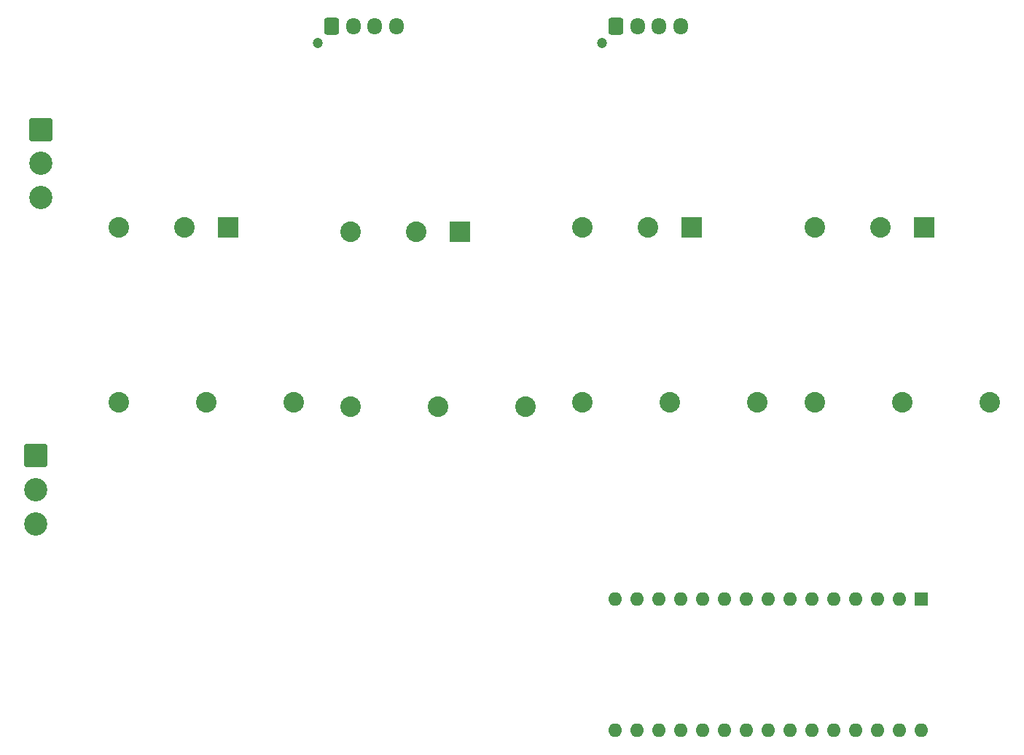
<source format=gts>
%TF.GenerationSoftware,KiCad,Pcbnew,(6.0.11)*%
%TF.CreationDate,2023-02-28T23:19:18-08:00*%
%TF.ProjectId,kiCad_LED_project,6b694361-645f-44c4-9544-5f70726f6a65,rev?*%
%TF.SameCoordinates,Original*%
%TF.FileFunction,Soldermask,Top*%
%TF.FilePolarity,Negative*%
%FSLAX46Y46*%
G04 Gerber Fmt 4.6, Leading zero omitted, Abs format (unit mm)*
G04 Created by KiCad (PCBNEW (6.0.11)) date 2023-02-28 23:19:18*
%MOMM*%
%LPD*%
G01*
G04 APERTURE LIST*
G04 Aperture macros list*
%AMRoundRect*
0 Rectangle with rounded corners*
0 $1 Rounding radius*
0 $2 $3 $4 $5 $6 $7 $8 $9 X,Y pos of 4 corners*
0 Add a 4 corners polygon primitive as box body*
4,1,4,$2,$3,$4,$5,$6,$7,$8,$9,$2,$3,0*
0 Add four circle primitives for the rounded corners*
1,1,$1+$1,$2,$3*
1,1,$1+$1,$4,$5*
1,1,$1+$1,$6,$7*
1,1,$1+$1,$8,$9*
0 Add four rect primitives between the rounded corners*
20,1,$1+$1,$2,$3,$4,$5,0*
20,1,$1+$1,$4,$5,$6,$7,0*
20,1,$1+$1,$6,$7,$8,$9,0*
20,1,$1+$1,$8,$9,$2,$3,0*%
G04 Aperture macros list end*
%ADD10R,2.390000X2.390000*%
%ADD11C,2.390000*%
%ADD12RoundRect,0.250001X-1.099999X1.099999X-1.099999X-1.099999X1.099999X-1.099999X1.099999X1.099999X0*%
%ADD13C,2.700000*%
%ADD14C,1.200000*%
%ADD15RoundRect,0.250000X-0.600000X-0.725000X0.600000X-0.725000X0.600000X0.725000X-0.600000X0.725000X0*%
%ADD16O,1.700000X1.950000*%
%ADD17R,1.600000X1.600000*%
%ADD18O,1.600000X1.600000*%
G04 APERTURE END LIST*
D10*
%TO.C,U1*%
X112767500Y-69105000D03*
D11*
X107687500Y-69105000D03*
X120387500Y-89425000D03*
X110227500Y-89425000D03*
X100067500Y-89425000D03*
X100067500Y-69105000D03*
%TD*%
D12*
%TO.C,J3*%
X64050000Y-57222500D03*
D13*
X64050000Y-61182500D03*
X64050000Y-65142500D03*
%TD*%
D10*
%TO.C,U4*%
X85817500Y-68580000D03*
D11*
X80737500Y-68580000D03*
X93437500Y-88900000D03*
X83277500Y-88900000D03*
X73117500Y-88900000D03*
X73117500Y-68580000D03*
%TD*%
D14*
%TO.C,J2*%
X96250000Y-47195000D03*
D15*
X97850000Y-45195000D03*
D16*
X100350000Y-45195000D03*
X102850000Y-45195000D03*
X105350000Y-45195000D03*
%TD*%
D10*
%TO.C,U2*%
X166650000Y-68580000D03*
D11*
X161570000Y-68580000D03*
X174270000Y-88900000D03*
X164110000Y-88900000D03*
X153950000Y-88900000D03*
X153950000Y-68580000D03*
%TD*%
D12*
%TO.C,J4*%
X63500000Y-95100000D03*
D13*
X63500000Y-99060000D03*
X63500000Y-103020000D03*
%TD*%
D14*
%TO.C,J1*%
X129270000Y-47195000D03*
D15*
X130870000Y-45195000D03*
D16*
X133370000Y-45195000D03*
X135870000Y-45195000D03*
X138370000Y-45195000D03*
%TD*%
D10*
%TO.C,U3*%
X139700000Y-68580000D03*
D11*
X134620000Y-68580000D03*
X147320000Y-88900000D03*
X137160000Y-88900000D03*
X127000000Y-88900000D03*
X127000000Y-68580000D03*
%TD*%
D17*
%TO.C,A1*%
X166360000Y-111760000D03*
D18*
X163820000Y-111760000D03*
X161280000Y-111760000D03*
X158740000Y-111760000D03*
X156200000Y-111760000D03*
X153660000Y-111760000D03*
X151120000Y-111760000D03*
X148580000Y-111760000D03*
X146040000Y-111760000D03*
X143500000Y-111760000D03*
X140960000Y-111760000D03*
X138420000Y-111760000D03*
X135880000Y-111760000D03*
X133340000Y-111760000D03*
X130800000Y-111760000D03*
X130800000Y-127000000D03*
X133340000Y-127000000D03*
X135880000Y-127000000D03*
X138420000Y-127000000D03*
X140960000Y-127000000D03*
X143500000Y-127000000D03*
X146040000Y-127000000D03*
X148580000Y-127000000D03*
X151120000Y-127000000D03*
X153660000Y-127000000D03*
X156200000Y-127000000D03*
X158740000Y-127000000D03*
X161280000Y-127000000D03*
X163820000Y-127000000D03*
X166360000Y-127000000D03*
%TD*%
M02*

</source>
